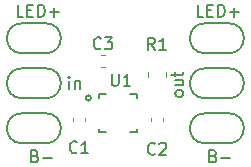
<source format=gto>
%TF.GenerationSoftware,KiCad,Pcbnew,6.0.6*%
%TF.CreationDate,2022-06-29T17:15:03-04:00*%
%TF.ProjectId,tcke805,74636b65-3830-4352-9e6b-696361645f70,rev?*%
%TF.SameCoordinates,Original*%
%TF.FileFunction,Legend,Top*%
%TF.FilePolarity,Positive*%
%FSLAX46Y46*%
G04 Gerber Fmt 4.6, Leading zero omitted, Abs format (unit mm)*
G04 Created by KiCad (PCBNEW 6.0.6) date 2022-06-29 17:15:03*
%MOMM*%
%LPD*%
G01*
G04 APERTURE LIST*
%ADD10C,0.150000*%
%ADD11C,0.120000*%
G04 APERTURE END LIST*
D10*
X114752380Y-70786523D02*
X114704761Y-70881761D01*
X114657142Y-70929380D01*
X114561904Y-70977000D01*
X114276190Y-70977000D01*
X114180952Y-70929380D01*
X114133333Y-70881761D01*
X114085714Y-70786523D01*
X114085714Y-70643666D01*
X114133333Y-70548428D01*
X114180952Y-70500809D01*
X114276190Y-70453190D01*
X114561904Y-70453190D01*
X114657142Y-70500809D01*
X114704761Y-70548428D01*
X114752380Y-70643666D01*
X114752380Y-70786523D01*
X114085714Y-69596047D02*
X114752380Y-69596047D01*
X114085714Y-70024619D02*
X114609523Y-70024619D01*
X114704761Y-69977000D01*
X114752380Y-69881761D01*
X114752380Y-69738904D01*
X114704761Y-69643666D01*
X114657142Y-69596047D01*
X114085714Y-69262714D02*
X114085714Y-68881761D01*
X113752380Y-69119857D02*
X114609523Y-69119857D01*
X114704761Y-69072238D01*
X114752380Y-68977000D01*
X114752380Y-68881761D01*
X105084619Y-70302380D02*
X105084619Y-69635714D01*
X105084619Y-69302380D02*
X105037000Y-69350000D01*
X105084619Y-69397619D01*
X105132238Y-69350000D01*
X105084619Y-69302380D01*
X105084619Y-69397619D01*
X105560809Y-69635714D02*
X105560809Y-70302380D01*
X105560809Y-69730952D02*
X105608428Y-69683333D01*
X105703666Y-69635714D01*
X105846523Y-69635714D01*
X105941761Y-69683333D01*
X105989380Y-69778571D01*
X105989380Y-70302380D01*
X116467095Y-64206380D02*
X115990904Y-64206380D01*
X115990904Y-63206380D01*
X116800428Y-63682571D02*
X117133761Y-63682571D01*
X117276619Y-64206380D02*
X116800428Y-64206380D01*
X116800428Y-63206380D01*
X117276619Y-63206380D01*
X117705190Y-64206380D02*
X117705190Y-63206380D01*
X117943285Y-63206380D01*
X118086142Y-63254000D01*
X118181380Y-63349238D01*
X118229000Y-63444476D01*
X118276619Y-63634952D01*
X118276619Y-63777809D01*
X118229000Y-63968285D01*
X118181380Y-64063523D01*
X118086142Y-64158761D01*
X117943285Y-64206380D01*
X117705190Y-64206380D01*
X118705190Y-63825428D02*
X119467095Y-63825428D01*
X119086142Y-64206380D02*
X119086142Y-63444476D01*
X101227095Y-64206380D02*
X100750904Y-64206380D01*
X100750904Y-63206380D01*
X101560428Y-63682571D02*
X101893761Y-63682571D01*
X102036619Y-64206380D02*
X101560428Y-64206380D01*
X101560428Y-63206380D01*
X102036619Y-63206380D01*
X102465190Y-64206380D02*
X102465190Y-63206380D01*
X102703285Y-63206380D01*
X102846142Y-63254000D01*
X102941380Y-63349238D01*
X102989000Y-63444476D01*
X103036619Y-63634952D01*
X103036619Y-63777809D01*
X102989000Y-63968285D01*
X102941380Y-64063523D01*
X102846142Y-64158761D01*
X102703285Y-64206380D01*
X102465190Y-64206380D01*
X103465190Y-63825428D02*
X104227095Y-63825428D01*
X103846142Y-64206380D02*
X103846142Y-63444476D01*
X117308380Y-76001571D02*
X117451238Y-76049190D01*
X117498857Y-76096809D01*
X117546476Y-76192047D01*
X117546476Y-76334904D01*
X117498857Y-76430142D01*
X117451238Y-76477761D01*
X117356000Y-76525380D01*
X116975047Y-76525380D01*
X116975047Y-75525380D01*
X117308380Y-75525380D01*
X117403619Y-75573000D01*
X117451238Y-75620619D01*
X117498857Y-75715857D01*
X117498857Y-75811095D01*
X117451238Y-75906333D01*
X117403619Y-75953952D01*
X117308380Y-76001571D01*
X116975047Y-76001571D01*
X117975047Y-76144428D02*
X118736952Y-76144428D01*
X102195380Y-76001571D02*
X102338238Y-76049190D01*
X102385857Y-76096809D01*
X102433476Y-76192047D01*
X102433476Y-76334904D01*
X102385857Y-76430142D01*
X102338238Y-76477761D01*
X102243000Y-76525380D01*
X101862047Y-76525380D01*
X101862047Y-75525380D01*
X102195380Y-75525380D01*
X102290619Y-75573000D01*
X102338238Y-75620619D01*
X102385857Y-75715857D01*
X102385857Y-75811095D01*
X102338238Y-75906333D01*
X102290619Y-75953952D01*
X102195380Y-76001571D01*
X101862047Y-76001571D01*
X102862047Y-76144428D02*
X103623952Y-76144428D01*
%TO.C,U1*%
X108712095Y-69048380D02*
X108712095Y-69857904D01*
X108759714Y-69953142D01*
X108807333Y-70000761D01*
X108902571Y-70048380D01*
X109093047Y-70048380D01*
X109188285Y-70000761D01*
X109235904Y-69953142D01*
X109283523Y-69857904D01*
X109283523Y-69048380D01*
X110283523Y-70048380D02*
X109712095Y-70048380D01*
X109997809Y-70048380D02*
X109997809Y-69048380D01*
X109902571Y-69191238D01*
X109807333Y-69286476D01*
X109712095Y-69334095D01*
%TO.C,R1*%
X112355333Y-67000380D02*
X112022000Y-66524190D01*
X111783904Y-67000380D02*
X111783904Y-66000380D01*
X112164857Y-66000380D01*
X112260095Y-66048000D01*
X112307714Y-66095619D01*
X112355333Y-66190857D01*
X112355333Y-66333714D01*
X112307714Y-66428952D01*
X112260095Y-66476571D01*
X112164857Y-66524190D01*
X111783904Y-66524190D01*
X113307714Y-67000380D02*
X112736285Y-67000380D01*
X113022000Y-67000380D02*
X113022000Y-66000380D01*
X112926761Y-66143238D01*
X112831523Y-66238476D01*
X112736285Y-66286095D01*
%TO.C,C3*%
X107783333Y-66872142D02*
X107735714Y-66919761D01*
X107592857Y-66967380D01*
X107497619Y-66967380D01*
X107354761Y-66919761D01*
X107259523Y-66824523D01*
X107211904Y-66729285D01*
X107164285Y-66538809D01*
X107164285Y-66395952D01*
X107211904Y-66205476D01*
X107259523Y-66110238D01*
X107354761Y-66015000D01*
X107497619Y-65967380D01*
X107592857Y-65967380D01*
X107735714Y-66015000D01*
X107783333Y-66062619D01*
X108116666Y-65967380D02*
X108735714Y-65967380D01*
X108402380Y-66348333D01*
X108545238Y-66348333D01*
X108640476Y-66395952D01*
X108688095Y-66443571D01*
X108735714Y-66538809D01*
X108735714Y-66776904D01*
X108688095Y-66872142D01*
X108640476Y-66919761D01*
X108545238Y-66967380D01*
X108259523Y-66967380D01*
X108164285Y-66919761D01*
X108116666Y-66872142D01*
%TO.C,C2*%
X112355333Y-75795142D02*
X112307714Y-75842761D01*
X112164857Y-75890380D01*
X112069619Y-75890380D01*
X111926761Y-75842761D01*
X111831523Y-75747523D01*
X111783904Y-75652285D01*
X111736285Y-75461809D01*
X111736285Y-75318952D01*
X111783904Y-75128476D01*
X111831523Y-75033238D01*
X111926761Y-74938000D01*
X112069619Y-74890380D01*
X112164857Y-74890380D01*
X112307714Y-74938000D01*
X112355333Y-74985619D01*
X112736285Y-74985619D02*
X112783904Y-74938000D01*
X112879142Y-74890380D01*
X113117238Y-74890380D01*
X113212476Y-74938000D01*
X113260095Y-74985619D01*
X113307714Y-75080857D01*
X113307714Y-75176095D01*
X113260095Y-75318952D01*
X112688666Y-75890380D01*
X113307714Y-75890380D01*
%TO.C,C1*%
X105751333Y-75668142D02*
X105703714Y-75715761D01*
X105560857Y-75763380D01*
X105465619Y-75763380D01*
X105322761Y-75715761D01*
X105227523Y-75620523D01*
X105179904Y-75525285D01*
X105132285Y-75334809D01*
X105132285Y-75191952D01*
X105179904Y-75001476D01*
X105227523Y-74906238D01*
X105322761Y-74811000D01*
X105465619Y-74763380D01*
X105560857Y-74763380D01*
X105703714Y-74811000D01*
X105751333Y-74858619D01*
X106703714Y-75763380D02*
X106132285Y-75763380D01*
X106418000Y-75763380D02*
X106418000Y-74763380D01*
X106322761Y-74906238D01*
X106227523Y-75001476D01*
X106132285Y-75049095D01*
%TO.C,J3*%
X103124000Y-72390000D02*
X101092000Y-72390000D01*
X103124000Y-74930000D02*
X101092000Y-74930000D01*
X101092000Y-72390000D02*
G75*
G03*
X101092000Y-74930000I0J-1270000D01*
G01*
X103124000Y-74930000D02*
G75*
G03*
X103124000Y-72390000I0J1270000D01*
G01*
%TO.C,J1*%
X103124000Y-68580000D02*
X101092000Y-68580000D01*
X103124000Y-71120000D02*
X101092000Y-71120000D01*
X101092000Y-68580000D02*
G75*
G03*
X101092000Y-71120000I0J-1270000D01*
G01*
X103124000Y-71120000D02*
G75*
G03*
X103124000Y-68580000I0J1270000D01*
G01*
%TO.C,J5*%
X103124000Y-64770000D02*
X101092000Y-64770000D01*
X103124000Y-67310000D02*
X101092000Y-67310000D01*
X101092000Y-64770000D02*
G75*
G03*
X101092000Y-67310000I0J-1270000D01*
G01*
X103124000Y-67310000D02*
G75*
G03*
X103124000Y-64770000I0J1270000D01*
G01*
%TO.C,J4*%
X116586000Y-74930000D02*
X118618000Y-74930000D01*
X116586000Y-72390000D02*
X118618000Y-72390000D01*
X118618000Y-74930000D02*
G75*
G03*
X118618000Y-72390000I0J1270000D01*
G01*
X116586000Y-72390000D02*
G75*
G03*
X116586000Y-74930000I0J-1270000D01*
G01*
%TO.C,J2*%
X116586000Y-71120000D02*
X118618000Y-71120000D01*
X116586000Y-68580000D02*
X118618000Y-68580000D01*
X118618000Y-71120000D02*
G75*
G03*
X118618000Y-68580000I0J1270000D01*
G01*
X116586000Y-68580000D02*
G75*
G03*
X116586000Y-71120000I0J-1270000D01*
G01*
%TO.C,J6*%
X116586000Y-67310000D02*
X118618000Y-67310000D01*
X116586000Y-64770000D02*
X118618000Y-64770000D01*
X118618000Y-67310000D02*
G75*
G03*
X118618000Y-64770000I0J1270000D01*
G01*
X116586000Y-64770000D02*
G75*
G03*
X116586000Y-67310000I0J-1270000D01*
G01*
%TO.C,U1*%
X110220000Y-73990000D02*
X110820000Y-73990000D01*
X108220000Y-70790000D02*
X107620000Y-70790000D01*
X107620000Y-73690000D02*
X107620000Y-73990000D01*
X107620000Y-71090000D02*
X107620000Y-70790000D01*
X110820000Y-71090000D02*
X110820000Y-70790000D01*
X110220000Y-70790000D02*
X110820000Y-70790000D01*
X108220000Y-73990000D02*
X107620000Y-73990000D01*
X110820000Y-73690000D02*
X110820000Y-73990000D01*
X106943607Y-71090000D02*
G75*
G03*
X106943607Y-71090000I-223607J0D01*
G01*
D11*
%TO.C,R1*%
X113257000Y-69315064D02*
X113257000Y-68860936D01*
X111787000Y-69315064D02*
X111787000Y-68860936D01*
%TO.C,C3*%
X107809420Y-67435000D02*
X108090580Y-67435000D01*
X107809420Y-68455000D02*
X108090580Y-68455000D01*
%TO.C,C2*%
X113032000Y-72757420D02*
X113032000Y-73038580D01*
X112012000Y-72757420D02*
X112012000Y-73038580D01*
%TO.C,C1*%
X106428000Y-72757420D02*
X106428000Y-73038580D01*
X105408000Y-72757420D02*
X105408000Y-73038580D01*
%TD*%
M02*

</source>
